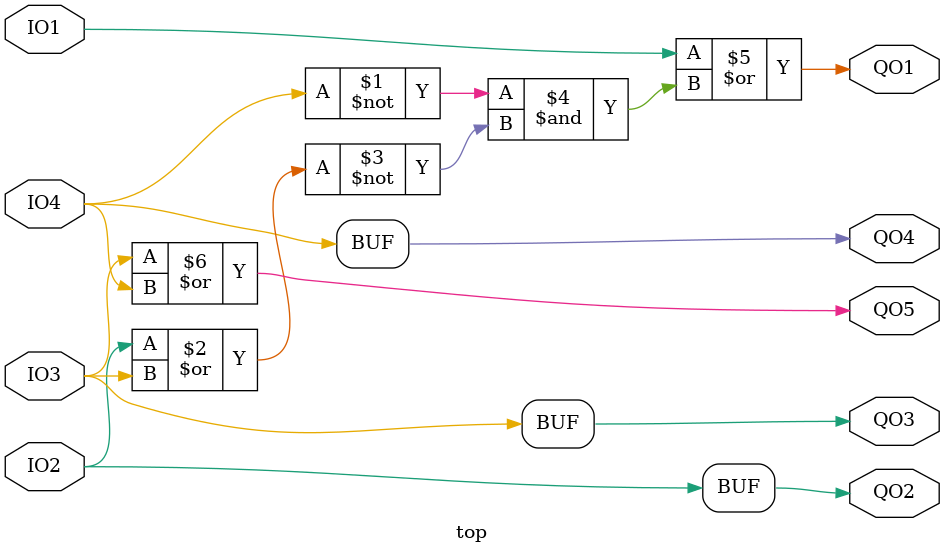
<source format=v>
/*
 * Generated by Digital. Don't modify this file!
 * Any changes will be lost if this file is regenerated.
 */

module top (
  input IO1,
  input IO2,
  input IO3,
  input IO4,
  output QO2,
  output QO3,
  output QO4,
  output QO1,
  output QO5
);
  assign QO1 = (IO1 | (~ IO4 & ~ (IO2 | IO3)));
  assign QO5 = (IO3 | IO4);
  assign QO2 = IO2;
  assign QO3 = IO3;
  assign QO4 = IO4;
endmodule

</source>
